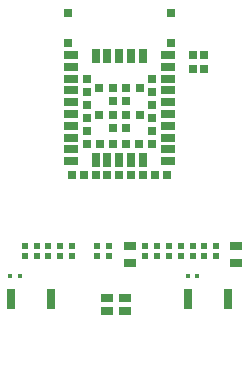
<source format=gtp>
G04*
G04 #@! TF.GenerationSoftware,Altium Limited,Altium Designer,21.6.4 (81)*
G04*
G04 Layer_Color=8421504*
%FSLAX44Y44*%
%MOMM*%
G71*
G04*
G04 #@! TF.SameCoordinates,F5FF2EED-A301-45B2-9F22-88543F1AE188*
G04*
G04*
G04 #@! TF.FilePolarity,Positive*
G04*
G01*
G75*
%ADD15R,0.5500X0.5200*%
%ADD16R,1.0200X0.6400*%
%ADD17R,0.7000X0.7000*%
%ADD18R,1.1500X0.7000*%
%ADD19R,0.7000X1.1500*%
%ADD20R,0.7000X0.7000*%
%ADD21C,0.0100*%
%ADD22R,0.8000X1.7000*%
%ADD23R,0.3600X0.3500*%
%ADD24R,0.7800X0.7400*%
%ADD25R,1.0000X0.8000*%
D15*
X40000Y187000D02*
D03*
Y195000D02*
D03*
X152000D02*
D03*
Y187000D02*
D03*
X132000Y195000D02*
D03*
Y187000D02*
D03*
X142000Y195000D02*
D03*
Y187000D02*
D03*
X70000Y195000D02*
D03*
Y187000D02*
D03*
X162000D02*
D03*
Y195000D02*
D03*
X30000Y187000D02*
D03*
Y195000D02*
D03*
X101000Y187000D02*
D03*
Y195000D02*
D03*
X60000Y187000D02*
D03*
Y195000D02*
D03*
X172000Y187000D02*
D03*
Y195000D02*
D03*
X91000Y187000D02*
D03*
Y195000D02*
D03*
X50000Y187000D02*
D03*
Y195000D02*
D03*
X182000D02*
D03*
Y187000D02*
D03*
X192000Y195000D02*
D03*
Y187000D02*
D03*
D16*
X209000Y194850D02*
D03*
Y181150D02*
D03*
X119000Y181150D02*
D03*
Y194850D02*
D03*
D17*
X66500Y367000D02*
D03*
Y392500D02*
D03*
X153500D02*
D03*
Y367000D02*
D03*
X137500Y281500D02*
D03*
Y292500D02*
D03*
Y303500D02*
D03*
Y314500D02*
D03*
Y325500D02*
D03*
X82500D02*
D03*
Y314500D02*
D03*
Y303500D02*
D03*
Y292500D02*
D03*
Y281500D02*
D03*
X93500D02*
D03*
X104500D02*
D03*
X115500D02*
D03*
X126500D02*
D03*
X70000Y255500D02*
D03*
X80000D02*
D03*
X90000D02*
D03*
X100000D02*
D03*
X110000D02*
D03*
X120000D02*
D03*
X130000D02*
D03*
X140000D02*
D03*
X150000D02*
D03*
X137500Y336500D02*
D03*
X82500D02*
D03*
D18*
X151250Y267000D02*
D03*
Y277000D02*
D03*
Y287000D02*
D03*
Y297000D02*
D03*
Y307000D02*
D03*
Y317000D02*
D03*
Y327000D02*
D03*
Y337000D02*
D03*
Y347000D02*
D03*
Y357000D02*
D03*
X68750D02*
D03*
Y347000D02*
D03*
Y337000D02*
D03*
Y327000D02*
D03*
Y317000D02*
D03*
Y307000D02*
D03*
Y297000D02*
D03*
Y287000D02*
D03*
Y277000D02*
D03*
Y267000D02*
D03*
D19*
X90000Y356250D02*
D03*
X100000D02*
D03*
X110000D02*
D03*
X120000D02*
D03*
X130000D02*
D03*
Y267750D02*
D03*
X120000D02*
D03*
X110000D02*
D03*
X100000D02*
D03*
X90000D02*
D03*
D20*
X127250Y329250D02*
D03*
X115750D02*
D03*
X104250D02*
D03*
X92750D02*
D03*
Y306250D02*
D03*
X104250Y317750D02*
D03*
X115750D02*
D03*
Y294750D02*
D03*
X127250Y306250D02*
D03*
X115750D02*
D03*
X104250D02*
D03*
Y294750D02*
D03*
D21*
X122700Y106350D02*
D03*
Y93650D02*
D03*
X110000Y106350D02*
D03*
Y93650D02*
D03*
X97300Y106350D02*
D03*
Y93650D02*
D03*
D22*
X52000Y150000D02*
D03*
X18000D02*
D03*
X202000D02*
D03*
X168000D02*
D03*
D23*
X17800Y170000D02*
D03*
X26200D02*
D03*
X167800D02*
D03*
X176200D02*
D03*
D24*
X172250Y357000D02*
D03*
X182050D02*
D03*
Y345000D02*
D03*
X172250D02*
D03*
D25*
X99500Y140500D02*
D03*
X114500D02*
D03*
Y151500D02*
D03*
X99500D02*
D03*
M02*

</source>
